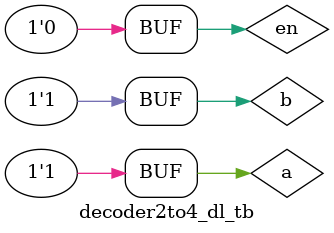
<source format=v>

module decoder2to4_dl (
    en, a, b, d0, d1, d2, d3
);
input en, a, b;
output d0, d1, d2, d3;

assign d0 = en | a | b;
assign d1 = en | a | ~b;
assign d2 = en | ~a | b;
assign d3 = en | ~a | ~b;
    
endmodule

module decoder2to4_dl_tb;
reg en, a, b;
wire d0, d1, d2, d3;
decoder2to4_dl de1(en, a, b, d0, d1, d2, d3);

initial begin
    en=1'b0; a=1'b0; b=1'b0;
    $monitor("Time:%f, en=%b a=%b b=%b, d0=%b, d1=%b, d2=%b, d3=%b", $time, en, a, b, d0, d1, d2, d3 );
    #5 en=1'b0; a=1'b0; b=1'b0;
    #5 en=1'b0; a=1'b0; b=1'b1;
    #5 en=1'b0; a=1'b1; b=1'b0;
    #5 en=1'b0; a=1'b1; b=1'b1;
   
end
endmodule

</source>
